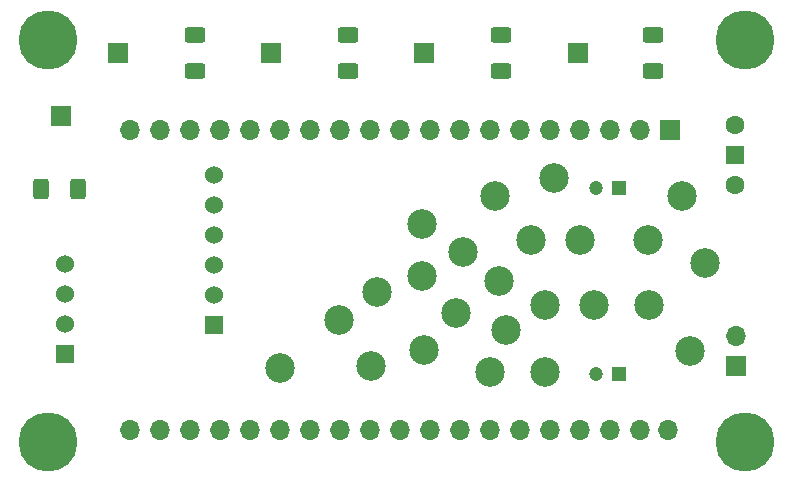
<source format=gbr>
%TF.GenerationSoftware,KiCad,Pcbnew,8.0.4*%
%TF.CreationDate,2024-08-03T03:01:38-04:00*%
%TF.ProjectId,esp32-node-board-40x65_telemetry,65737033-322d-46e6-9f64-652d626f6172,rev?*%
%TF.SameCoordinates,Original*%
%TF.FileFunction,Soldermask,Bot*%
%TF.FilePolarity,Negative*%
%FSLAX46Y46*%
G04 Gerber Fmt 4.6, Leading zero omitted, Abs format (unit mm)*
G04 Created by KiCad (PCBNEW 8.0.4) date 2024-08-03 03:01:38*
%MOMM*%
%LPD*%
G01*
G04 APERTURE LIST*
G04 Aperture macros list*
%AMRoundRect*
0 Rectangle with rounded corners*
0 $1 Rounding radius*
0 $2 $3 $4 $5 $6 $7 $8 $9 X,Y pos of 4 corners*
0 Add a 4 corners polygon primitive as box body*
4,1,4,$2,$3,$4,$5,$6,$7,$8,$9,$2,$3,0*
0 Add four circle primitives for the rounded corners*
1,1,$1+$1,$2,$3*
1,1,$1+$1,$4,$5*
1,1,$1+$1,$6,$7*
1,1,$1+$1,$8,$9*
0 Add four rect primitives between the rounded corners*
20,1,$1+$1,$2,$3,$4,$5,0*
20,1,$1+$1,$4,$5,$6,$7,0*
20,1,$1+$1,$6,$7,$8,$9,0*
20,1,$1+$1,$8,$9,$2,$3,0*%
G04 Aperture macros list end*
%ADD10R,1.200000X1.200000*%
%ADD11C,1.200000*%
%ADD12C,5.000000*%
%ADD13R,1.700000X1.700000*%
%ADD14R,1.524000X1.524000*%
%ADD15C,1.524000*%
%ADD16R,1.500000X1.500000*%
%ADD17C,1.600000*%
%ADD18O,1.700000X1.700000*%
%ADD19RoundRect,0.250000X0.400000X0.625000X-0.400000X0.625000X-0.400000X-0.625000X0.400000X-0.625000X0*%
%ADD20C,2.500000*%
%ADD21RoundRect,0.250000X-0.625000X0.400000X-0.625000X-0.400000X0.625000X-0.400000X0.625000X0.400000X0*%
G04 APERTURE END LIST*
D10*
%TO.C,C2*%
X131200000Y-112850000D03*
D11*
X129200000Y-112850000D03*
%TD*%
D12*
%TO.C,H1*%
X82875002Y-84570000D03*
X82875002Y-118570000D03*
X141875002Y-118570000D03*
X141875002Y-84570000D03*
%TD*%
D13*
%TO.C,J8*%
X101742356Y-85650000D03*
%TD*%
D10*
%TO.C,C1*%
X131200000Y-97050000D03*
D11*
X129200000Y-97050000D03*
%TD*%
D14*
%TO.C,J3*%
X84300000Y-111130000D03*
D15*
X84300000Y-103510000D03*
X84300000Y-106050000D03*
X84300000Y-108590000D03*
%TD*%
D13*
%TO.C,J12*%
X83900000Y-90950000D03*
%TD*%
D16*
%TO.C,SW1*%
X141000000Y-94290000D03*
D17*
X141000000Y-91750000D03*
X141000000Y-96830000D03*
%TD*%
D13*
%TO.C,J6*%
X127700000Y-85650000D03*
%TD*%
D15*
%TO.C,J5*%
X96900000Y-98490000D03*
X96900000Y-106110000D03*
X96900000Y-103570000D03*
X96900000Y-101030000D03*
X96900000Y-95950000D03*
D14*
X96900000Y-108650000D03*
%TD*%
D13*
%TO.C,J9*%
X135480000Y-92150000D03*
D18*
X132940000Y-92150000D03*
X130400000Y-92150000D03*
X127860000Y-92150000D03*
X125320000Y-92150000D03*
X122780000Y-92150000D03*
X120240000Y-92150000D03*
X117700000Y-92150000D03*
X115160000Y-92150000D03*
X112620000Y-92150000D03*
X110080000Y-92150000D03*
X107540000Y-92150000D03*
X105000000Y-92150000D03*
X102460000Y-92150000D03*
X99920000Y-92150000D03*
X97380000Y-92150000D03*
X94840000Y-92150000D03*
X92300000Y-92150000D03*
X89760000Y-92150000D03*
X89760000Y-117550000D03*
X92300000Y-117550000D03*
X94840000Y-117550000D03*
X97380000Y-117550000D03*
X99920000Y-117550000D03*
X102460000Y-117550000D03*
X105000000Y-117550000D03*
X107540000Y-117550000D03*
X110080000Y-117550000D03*
X112620000Y-117550000D03*
X115160000Y-117550000D03*
X117700000Y-117550000D03*
X120240000Y-117550000D03*
X122780000Y-117550000D03*
X125320000Y-117550000D03*
X127860000Y-117550000D03*
X130400000Y-117550000D03*
X132940000Y-117550000D03*
X135370000Y-117550000D03*
%TD*%
D13*
%TO.C,J7*%
X114684712Y-85650000D03*
%TD*%
%TO.C,J11*%
X88800000Y-85650000D03*
%TD*%
%TO.C,J1*%
X141075000Y-112117500D03*
D18*
X141075000Y-109577500D03*
%TD*%
D19*
%TO.C,R5*%
X85350000Y-97150000D03*
X82250000Y-97150000D03*
%TD*%
D20*
%TO.C,J16*%
X123700000Y-101450000D03*
%TD*%
%TO.C,J32*%
X110700000Y-105850000D03*
%TD*%
%TO.C,J19*%
X124900000Y-112650000D03*
%TD*%
%TO.C,J17*%
X120700000Y-97750000D03*
%TD*%
D21*
%TO.C,R1*%
X134098251Y-84100000D03*
X134098251Y-87200000D03*
%TD*%
D20*
%TO.C,J33*%
X110200000Y-112150000D03*
%TD*%
%TO.C,J37*%
X121000000Y-104950000D03*
%TD*%
%TO.C,TP2*%
X137200000Y-110850000D03*
%TD*%
%TO.C,J31*%
X107500000Y-108250000D03*
%TD*%
%TO.C,J21*%
X133700000Y-106950000D03*
%TD*%
%TO.C,J29*%
X114500000Y-100150000D03*
%TD*%
%TO.C,J34*%
X114500000Y-104550000D03*
%TD*%
%TO.C,J30*%
X102500000Y-112350000D03*
%TD*%
%TO.C,J36*%
X117400000Y-107650000D03*
%TD*%
%TO.C,J24*%
X124900000Y-106950000D03*
%TD*%
D21*
%TO.C,R2*%
X121155890Y-84100000D03*
X121155890Y-87200000D03*
%TD*%
D20*
%TO.C,J4*%
X125700000Y-96250000D03*
%TD*%
%TO.C,J35*%
X114700000Y-110750000D03*
%TD*%
D21*
%TO.C,R4*%
X95271178Y-84100000D03*
X95271178Y-87200000D03*
%TD*%
%TO.C,R3*%
X108213534Y-84100000D03*
X108213534Y-87200000D03*
%TD*%
D20*
%TO.C,J18*%
X120300000Y-112650000D03*
%TD*%
%TO.C,J23*%
X127900000Y-101450000D03*
%TD*%
%TO.C,J22*%
X133600000Y-101450000D03*
%TD*%
%TO.C,J26*%
X121600000Y-109050000D03*
%TD*%
%TO.C,J28*%
X118000000Y-102450000D03*
%TD*%
%TO.C,TP1*%
X138500000Y-103450000D03*
%TD*%
%TO.C,J20*%
X136500000Y-97750000D03*
%TD*%
%TO.C,J25*%
X129100000Y-106950000D03*
%TD*%
M02*

</source>
